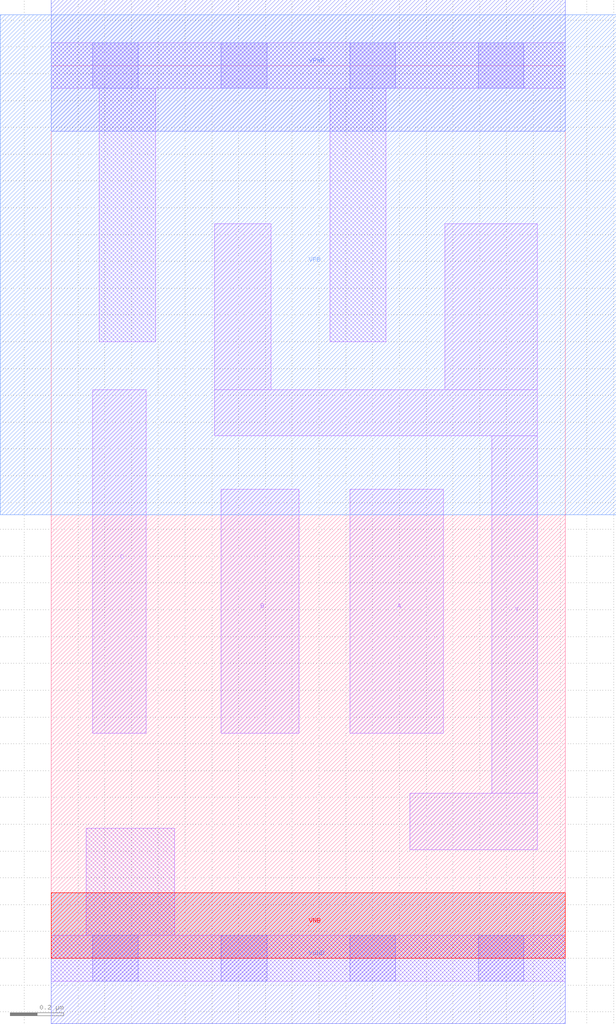
<source format=lef>
# Copyright 2020 The SkyWater PDK Authors
#
# Licensed under the Apache License, Version 2.0 (the "License");
# you may not use this file except in compliance with the License.
# You may obtain a copy of the License at
#
#     https://www.apache.org/licenses/LICENSE-2.0
#
# Unless required by applicable law or agreed to in writing, software
# distributed under the License is distributed on an "AS IS" BASIS,
# WITHOUT WARRANTIES OR CONDITIONS OF ANY KIND, either express or implied.
# See the License for the specific language governing permissions and
# limitations under the License.
#
# SPDX-License-Identifier: Apache-2.0

VERSION 5.7 ;
  NOWIREEXTENSIONATPIN ON ;
  DIVIDERCHAR "/" ;
  BUSBITCHARS "[]" ;
MACRO sky130_fd_sc_lp__nand3_m
  CLASS CORE ;
  FOREIGN sky130_fd_sc_lp__nand3_m ;
  ORIGIN  0.000000  0.000000 ;
  SIZE  1.920000 BY  3.330000 ;
  SYMMETRY X Y R90 ;
  SITE unit ;
  PIN A
    ANTENNAGATEAREA  0.126000 ;
    DIRECTION INPUT ;
    USE SIGNAL ;
    PORT
      LAYER li1 ;
        RECT 1.115000 0.840000 1.465000 1.750000 ;
    END
  END A
  PIN B
    ANTENNAGATEAREA  0.126000 ;
    DIRECTION INPUT ;
    USE SIGNAL ;
    PORT
      LAYER li1 ;
        RECT 0.635000 0.840000 0.925000 1.750000 ;
    END
  END B
  PIN C
    ANTENNAGATEAREA  0.126000 ;
    DIRECTION INPUT ;
    USE SIGNAL ;
    PORT
      LAYER li1 ;
        RECT 0.155000 0.840000 0.355000 2.120000 ;
    END
  END C
  PIN Y
    ANTENNADIFFAREA  0.340200 ;
    DIRECTION OUTPUT ;
    USE SIGNAL ;
    PORT
      LAYER li1 ;
        RECT 0.610000 1.950000 1.815000 2.120000 ;
        RECT 0.610000 2.120000 0.820000 2.740000 ;
        RECT 1.340000 0.405000 1.815000 0.615000 ;
        RECT 1.470000 2.120000 1.815000 2.740000 ;
        RECT 1.645000 0.615000 1.815000 1.950000 ;
    END
  END Y
  PIN VGND
    DIRECTION INOUT ;
    USE GROUND ;
    PORT
      LAYER met1 ;
        RECT 0.000000 -0.245000 1.920000 0.245000 ;
    END
  END VGND
  PIN VNB
    DIRECTION INOUT ;
    USE GROUND ;
    PORT
      LAYER pwell ;
        RECT 0.000000 0.000000 1.920000 0.245000 ;
    END
  END VNB
  PIN VPB
    DIRECTION INOUT ;
    USE POWER ;
    PORT
      LAYER nwell ;
        RECT -0.190000 1.655000 2.110000 3.520000 ;
    END
  END VPB
  PIN VPWR
    DIRECTION INOUT ;
    USE POWER ;
    PORT
      LAYER met1 ;
        RECT 0.000000 3.085000 1.920000 3.575000 ;
    END
  END VPWR
  OBS
    LAYER li1 ;
      RECT 0.000000 -0.085000 1.920000 0.085000 ;
      RECT 0.000000  3.245000 1.920000 3.415000 ;
      RECT 0.130000  0.085000 0.460000 0.485000 ;
      RECT 0.180000  2.300000 0.390000 3.245000 ;
      RECT 1.040000  2.300000 1.250000 3.245000 ;
    LAYER mcon ;
      RECT 0.155000 -0.085000 0.325000 0.085000 ;
      RECT 0.155000  3.245000 0.325000 3.415000 ;
      RECT 0.635000 -0.085000 0.805000 0.085000 ;
      RECT 0.635000  3.245000 0.805000 3.415000 ;
      RECT 1.115000 -0.085000 1.285000 0.085000 ;
      RECT 1.115000  3.245000 1.285000 3.415000 ;
      RECT 1.595000 -0.085000 1.765000 0.085000 ;
      RECT 1.595000  3.245000 1.765000 3.415000 ;
  END
END sky130_fd_sc_lp__nand3_m
END LIBRARY

</source>
